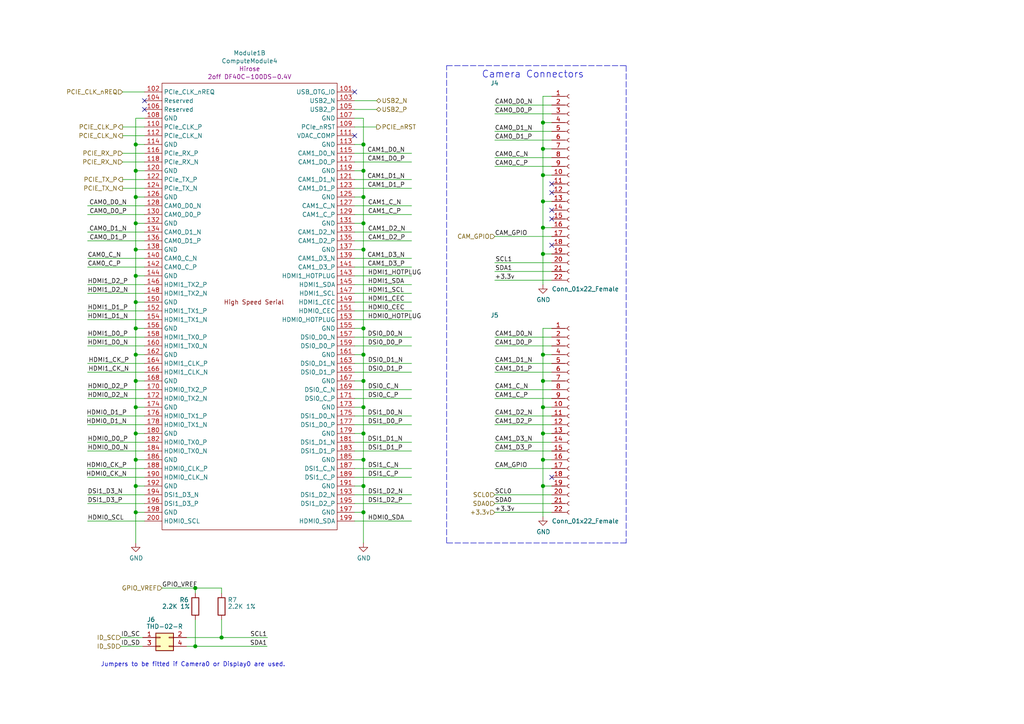
<source format=kicad_sch>
(kicad_sch (version 20201015) (generator eeschema)
  (page 1 8)
  (paper "A4")
  (title_block (title "AP2100v5") (date "2020-10-27") (rev "1") (company "(c) ISis ImageStream Internet Solutions 2020") (comment 1 "www.imagestream.com"))
  (lib_symbols
    (symbol "CM4IO:ComputeModule4-CM4"
      (property "Reference" "Module" (at 113.03 -68.58 0))
      (property "Value" "ComputeModule4-CM4" (at 140.97 2.54 0))
      (property "Field4" "Hirose" (at 0 0 0))
      (property "Field5" "2x DF40C-100DS-0.4V" (at 0 -2.54 0))
      (symbol "ComputeModule4-CM4_1_0"
        (text "GPIO" (at 0 6.35 0) (effects (font (size 1.27 1.27))))
      )
      (symbol "ComputeModule4-CM4_1_1"
        (text "600mA Max" (at -8.89 -53.34 0) (effects (font (size 1.27 1.27))))
        (text "600mA Max" (at -8.89 -48.26 0) (effects (font (size 1.27 1.27))))
        (text "NB SD signals are only available" (at -1.27 -27.94 0) (effects (font (size 1.27 1.27))))
        (text "on modules without eMMC" (at -1.27 -30.48 0) (effects (font (size 1.27 1.27))))
        (rectangle (start -30.48 -71.12) (end 25.4 58.42))
        (pin power_in line (at 27.94 55.88 180) (length 2.54) (name "GND") (number "1"))
        (pin passive line (at -33.02 45.72 0) (length 2.54) (name "Ethernet_Pair0_N") (number "10"))
        (pin output line (at -33.02 -68.58 0) (length 2.54) (name "nEXTRST") (number "100"))
        (pin passive line (at 27.94 43.18 180) (length 2.54) (name "Ethernet_Pair2_P") (number "11"))
        (pin passive line (at -33.02 43.18 0) (length 2.54) (name "Ethernet_Pair0_P") (number "12"))
        (pin power_in line (at 27.94 40.64 180) (length 2.54) (name "GND") (number "13"))
        (pin power_in line (at -33.02 40.64 0) (length 2.54) (name "GND") (number "14"))
        (pin output line (at 27.94 38.1 180) (length 2.54) (name "Ethernet_nLED3(3.3v)") (number "15"))
        (pin input line (at -33.02 38.1 0) (length 2.54) (name "Ethernet_SYNC_IN(1.8v)") (number "16"))
        (pin output line (at 27.94 35.56 180) (length 2.54) (name "Ethernet_nLED2(3.3v)") (number "17"))
        (pin input line (at -33.02 35.56 0) (length 2.54) (name "Ethernet_SYNC_OUT(1.8v)") (number "18"))
        (pin output line (at 27.94 33.02 180) (length 2.54) (name "Ethernet_nLED1(3.3v)") (number "19"))
        (pin power_in line (at -33.02 55.88 0) (length 2.54) (name "GND") (number "2"))
        (pin passive line (at -33.02 33.02 0) (length 2.54) (name "EEPROM_nWP") (number "20"))
        (pin open_collector line (at 27.94 30.48 180) (length 2.54) (name "PI_nLED_Activity") (number "21"))
        (pin power_in line (at -33.02 30.48 0) (length 2.54) (name "GND") (number "22"))
        (pin power_in line (at 27.94 27.94 180) (length 2.54) (name "GND") (number "23"))
        (pin passive line (at -33.02 27.94 0) (length 2.54) (name "GPIO26") (number "24"))
        (pin passive line (at 27.94 25.4 180) (length 2.54) (name "GPIO21") (number "25"))
        (pin passive line (at -33.02 25.4 0) (length 2.54) (name "GPIO19") (number "26"))
        (pin passive line (at 27.94 22.86 180) (length 2.54) (name "GPIO20") (number "27"))
        (pin passive line (at -33.02 22.86 0) (length 2.54) (name "GPIO13") (number "28"))
        (pin passive line (at 27.94 20.32 180) (length 2.54) (name "GPIO16") (number "29"))
        (pin passive line (at 27.94 53.34 180) (length 2.54) (name "Ethernet_Pair3_P") (number "3"))
        (pin passive line (at -33.02 20.32 0) (length 2.54) (name "GPIO6") (number "30"))
        (pin passive line (at 27.94 17.78 180) (length 2.54) (name "GPIO12") (number "31"))
        (pin power_in line (at -33.02 17.78 0) (length 2.54) (name "GND") (number "32"))
        (pin power_in line (at 27.94 15.24 180) (length 2.54) (name "GND") (number "33"))
        (pin passive line (at -33.02 15.24 0) (length 2.54) (name "GPIO5") (number "34"))
        (pin passive line (at 27.94 12.7 180) (length 2.54) (name "ID_SC") (number "35"))
        (pin passive line (at -33.02 12.7 0) (length 2.54) (name "ID_SD") (number "36"))
        (pin passive line (at 27.94 10.16 180) (length 2.54) (name "GPIO7") (number "37"))
        (pin passive line (at -33.02 10.16 0) (length 2.54) (name "GPIO11") (number "38"))
        (pin passive line (at 27.94 7.62 180) (length 2.54) (name "GPIO8") (number "39"))
        (pin passive line (at -33.02 53.34 0) (length 2.54) (name "Ethernet_Pair1_P") (number "4"))
        (pin passive line (at -33.02 7.62 0) (length 2.54) (name "GPIO9") (number "40"))
        (pin passive line (at 27.94 5.08 180) (length 2.54) (name "GPIO25") (number "41"))
        (pin power_in line (at -33.02 5.08 0) (length 2.54) (name "GND") (number "42"))
        (pin power_in line (at 27.94 2.54 180) (length 2.54) (name "GND") (number "43"))
        (pin passive line (at -33.02 2.54 0) (length 2.54) (name "GPIO10") (number "44"))
        (pin passive line (at 27.94 0 180) (length 2.54) (name "GPIO24") (number "45"))
        (pin passive line (at -33.02 0 0) (length 2.54) (name "GPIO22") (number "46"))
        (pin passive line (at 27.94 -2.54 180) (length 2.54) (name "GPIO23") (number "47"))
        (pin passive line (at -33.02 -2.54 0) (length 2.54) (name "GPIO27") (number "48"))
        (pin passive line (at 27.94 -5.08 180) (length 2.54) (name "GPIO18") (number "49"))
        (pin passive line (at 27.94 50.8 180) (length 2.54) (name "Ethernet_Pair3_N") (number "5"))
        (pin passive line (at -33.02 -5.08 0) (length 2.54) (name "GPIO17") (number "50"))
        (pin passive line (at 27.94 -7.62 180) (length 2.54) (name "GPIO15") (number "51"))
        (pin power_in line (at -33.02 -7.62 0) (length 2.54) (name "GND") (number "52"))
        (pin power_in line (at 27.94 -10.16 180) (length 2.54) (name "GND") (number "53"))
        (pin passive line (at -33.02 -10.16 0) (length 2.54) (name "GPIO4") (number "54"))
        (pin passive line (at 27.94 -12.7 180) (length 2.54) (name "GPIO14") (number "55"))
        (pin passive line (at -33.02 -12.7 0) (length 2.54) (name "GPIO3") (number "56"))
        (pin passive line (at 27.94 -15.24 180) (length 2.54) (name "SD_CLK") (number "57"))
        (pin passive line (at -33.02 -15.24 0) (length 2.54) (name "GPIO2") (number "58"))
        (pin power_in line (at 27.94 -17.78 180) (length 2.54) (name "GND") (number "59"))
        (pin passive line (at -33.02 50.8 0) (length 2.54) (name "Ethernet_Pair1_N") (number "6"))
        (pin power_in line (at -33.02 -17.78 0) (length 2.54) (name "GND") (number "60"))
        (pin passive line (at 27.94 -20.32 180) (length 2.54) (name "SD_DAT3") (number "61"))
        (pin passive line (at -33.02 -20.32 0) (length 2.54) (name "SD_CMD") (number "62"))
        (pin passive line (at 27.94 -22.86 180) (length 2.54) (name "SD_DAT0") (number "63"))
        (pin passive line (at -33.02 -22.86 0) (length 2.54) (name "SD_DAT5") (number "64"))
        (pin power_in line (at 27.94 -25.4 180) (length 2.54) (name "GND") (number "65"))
        (pin power_in line (at -33.02 -25.4 0) (length 2.54) (name "GND") (number "66"))
        (pin passive line (at 27.94 -27.94 180) (length 2.54) (name "SD_DAT1") (number "67"))
        (pin passive line (at -33.02 -27.94 0) (length 2.54) (name "SD_DAT4") (number "68"))
        (pin passive line (at 27.94 -30.48 180) (length 2.54) (name "SD_DAT2") (number "69"))
        (pin power_in line (at 27.94 48.26 180) (length 2.54) (name "GND") (number "7"))
        (pin passive line (at -33.02 -30.48 0) (length 2.54) (name "SD_DAT7") (number "70"))
        (pin power_in line (at 27.94 -33.02 180) (length 2.54) (name "GND") (number "71"))
        (pin passive line (at -33.02 -33.02 0) (length 2.54) (name "SD_DAT6") (number "72"))
        (pin input line (at 27.94 -35.56 180) (length 2.54) (name "SD_VDD_Override") (number "73"))
        (pin power_in line (at -33.02 -35.56 0) (length 2.54) (name "GND") (number "74"))
        (pin output line (at 27.94 -38.1 180) (length 2.54) (name "SD_PWR_ON") (number "75"))
        (pin passive line (at -33.02 -38.1 0) (length 2.54) (name "Reserved") (number "76"))
        (pin power_in line (at 27.94 -40.64 180) (length 2.54) (name "+5v_(Input)") (number "77"))
        (pin power_in line (at -33.02 -40.64 0) (length 2.54) (name "GPIO_VREF(1.8v/3.3v_Input)") (number "78"))
        (pin power_in line (at 27.94 -43.18 180) (length 2.54) (name "+5v_(Input)") (number "79"))
        (pin power_in line (at -33.02 48.26 0) (length 2.54) (name "GND") (number "8"))
        (pin passive line (at -33.02 -43.18 0) (length 2.54) (name "SCL0") (number "80"))
        (pin power_in line (at 27.94 -45.72 180) (length 2.54) (name "+5v_(Input)") (number "81"))
        (pin passive line (at -33.02 -45.72 0) (length 2.54) (name "SDA0") (number "82"))
        (pin power_in line (at 27.94 -48.26 180) (length 2.54) (name "+5v_(Input)") (number "83"))
        (pin power_out line (at -33.02 -48.26 0) (length 2.54) (name "+3.3v_(Output)") (number "84"))
        (pin power_in line (at 27.94 -50.8 180) (length 2.54) (name "+5v_(Input)") (number "85"))
        (pin power_out line (at -33.02 -50.8 0) (length 2.54) (name "+3.3v_(Output)") (number "86"))
        (pin power_in line (at 27.94 -53.34 180) (length 2.54) (name "+5v_(Input)") (number "87"))
        (pin power_out line (at -33.02 -53.34 0) (length 2.54) (name "+1.8v_(Output)") (number "88"))
        (pin power_in line (at 27.94 -55.88 180) (length 2.54) (name "WiFi_nDisable") (number "89"))
        (pin passive line (at 27.94 45.72 180) (length 2.54) (name "Ethernet_Pair2_N") (number "9"))
        (pin power_out line (at -33.02 -55.88 0) (length 2.54) (name "+1.8v_(Output)") (number "90"))
        (pin power_in line (at 27.94 -58.42 180) (length 2.54) (name "BT_nDisable") (number "91"))
        (pin passive line (at -33.02 -58.42 0) (length 2.54) (name "RUN_PG") (number "92"))
        (pin input line (at 27.94 -60.96 180) (length 2.54) (name "nRPIBOOT") (number "93"))
        (pin passive line (at -33.02 -60.96 0) (length 2.54) (name "AnalogIP0") (number "94"))
        (pin output line (at 27.94 -63.5 180) (length 2.54) (name "nPI_LED_PWR") (number "95"))
        (pin passive line (at -33.02 -63.5 0) (length 2.54) (name "AnalogIP1") (number "96"))
        (pin passive line (at 27.94 -66.04 180) (length 2.54) (name "Camera_GPIO") (number "97"))
        (pin power_in line (at -33.02 -66.04 0) (length 2.54) (name "GND") (number "98"))
        (pin input line (at 27.94 -68.58 180) (length 2.54) (name "Global_EN") (number "99"))
      )
      (symbol "ComputeModule4-CM4_2_1"
        (text "High Speed Serial" (at 140.97 0 0) (effects (font (size 1.27 1.27))))
        (rectangle (start 114.3 -66.04) (end 165.1 63.5))
        (pin input line (at 170.18 60.96 180) (length 5.08) (name "USB_OTG_ID") (number "101"))
        (pin input line (at 109.22 60.96 0) (length 5.08) (name "PCIe_CLK_nREQ") (number "102"))
        (pin passive line (at 170.18 58.42 180) (length 5.08) (name "USB2_N") (number "103"))
        (pin passive line (at 109.22 58.42 0) (length 5.08) (name "Reserved") (number "104"))
        (pin passive line (at 170.18 55.88 180) (length 5.08) (name "USB2_P") (number "105"))
        (pin passive line (at 109.22 55.88 0) (length 5.08) (name "Reserved") (number "106"))
        (pin power_in line (at 170.18 53.34 180) (length 5.08) (name "GND") (number "107"))
        (pin power_in line (at 109.22 53.34 0) (length 5.08) (name "GND") (number "108"))
        (pin bidirectional line (at 170.18 50.8 180) (length 5.08) (name "PCIe_nRST") (number "109"))
        (pin output line (at 109.22 50.8 0) (length 5.08) (name "PCIe_CLK_P") (number "110"))
        (pin passive line (at 170.18 48.26 180) (length 5.08) (name "VDAC_COMP") (number "111"))
        (pin output line (at 109.22 48.26 0) (length 5.08) (name "PCIe_CLK_N") (number "112"))
        (pin power_in line (at 170.18 45.72 180) (length 5.08) (name "GND") (number "113"))
        (pin power_in line (at 109.22 45.72 0) (length 5.08) (name "GND") (number "114"))
        (pin input line (at 170.18 43.18 180) (length 5.08) (name "CAM1_D0_N") (number "115"))
        (pin input line (at 109.22 43.18 0) (length 5.08) (name "PCIe_RX_P") (number "116"))
        (pin input line (at 170.18 40.64 180) (length 5.08) (name "CAM1_D0_P") (number "117"))
        (pin input line (at 109.22 40.64 0) (length 5.08) (name "PCIe_RX_N") (number "118"))
        (pin power_in line (at 170.18 38.1 180) (length 5.08) (name "GND") (number "119"))
        (pin power_in line (at 109.22 38.1 0) (length 5.08) (name "GND") (number "120"))
        (pin input line (at 170.18 35.56 180) (length 5.08) (name "CAM1_D1_N") (number "121"))
        (pin output line (at 109.22 35.56 0) (length 5.08) (name "PCIe_TX_P") (number "122"))
        (pin input line (at 170.18 33.02 180) (length 5.08) (name "CAM1_D1_P") (number "123"))
        (pin output line (at 109.22 33.02 0) (length 5.08) (name "PCIe_TX_N") (number "124"))
        (pin power_in line (at 170.18 30.48 180) (length 5.08) (name "GND") (number "125"))
        (pin power_in line (at 109.22 30.48 0) (length 5.08) (name "GND") (number "126"))
        (pin input line (at 170.18 27.94 180) (length 5.08) (name "CAM1_C_N") (number "127"))
        (pin input line (at 109.22 27.94 0) (length 5.08) (name "CAM0_D0_N") (number "128"))
        (pin input line (at 170.18 25.4 180) (length 5.08) (name "CAM1_C_P") (number "129"))
        (pin input line (at 109.22 25.4 0) (length 5.08) (name "CAM0_D0_P") (number "130"))
        (pin power_in line (at 170.18 22.86 180) (length 5.08) (name "GND") (number "131"))
        (pin power_in line (at 109.22 22.86 0) (length 5.08) (name "GND") (number "132"))
        (pin input line (at 170.18 20.32 180) (length 5.08) (name "CAM1_D2_N") (number "133"))
        (pin input line (at 109.22 20.32 0) (length 5.08) (name "CAM0_D1_N") (number "134"))
        (pin input line (at 170.18 17.78 180) (length 5.08) (name "CAM1_D2_P") (number "135"))
        (pin input line (at 109.22 17.78 0) (length 5.08) (name "CAM0_D1_P") (number "136"))
        (pin power_in line (at 170.18 15.24 180) (length 5.08) (name "GND") (number "137"))
        (pin power_in line (at 109.22 15.24 0) (length 5.08) (name "GND") (number "138"))
        (pin input line (at 170.18 12.7 180) (length 5.08) (name "CAM1_D3_N") (number "139"))
        (pin input line (at 109.22 12.7 0) (length 5.08) (name "CAM0_C_N") (number "140"))
        (pin input line (at 170.18 10.16 180) (length 5.08) (name "CAM1_D3_P") (number "141"))
        (pin input line (at 109.22 10.16 0) (length 5.08) (name "CAM0_C_P") (number "142"))
        (pin input line (at 170.18 7.62 180) (length 5.08) (name "HDMI1_HOTPLUG") (number "143"))
        (pin power_in line (at 109.22 7.62 0) (length 5.08) (name "GND") (number "144"))
        (pin bidirectional line (at 170.18 5.08 180) (length 5.08) (name "HDMI1_SDA") (number "145"))
        (pin output line (at 109.22 5.08 0) (length 5.08) (name "HDMI1_TX2_P") (number "146"))
        (pin open_collector line (at 170.18 2.54 180) (length 5.08) (name "HDMI1_SCL") (number "147"))
        (pin output line (at 109.22 2.54 0) (length 5.08) (name "HDMI1_TX2_N") (number "148"))
        (pin open_collector line (at 170.18 0 180) (length 5.08) (name "HDMI1_CEC") (number "149"))
        (pin power_in line (at 109.22 0 0) (length 5.08) (name "GND") (number "150"))
        (pin open_collector line (at 170.18 -2.54 180) (length 5.08) (name "HDMI0_CEC") (number "151"))
        (pin output line (at 109.22 -2.54 0) (length 5.08) (name "HDMI1_TX1_P") (number "152"))
        (pin input line (at 170.18 -5.08 180) (length 5.08) (name "HDMI0_HOTPLUG") (number "153"))
        (pin output line (at 109.22 -5.08 0) (length 5.08) (name "HDMI1_TX1_N") (number "154"))
        (pin power_in line (at 170.18 -7.62 180) (length 5.08) (name "GND") (number "155"))
        (pin power_in line (at 109.22 -7.62 0) (length 5.08) (name "GND") (number "156"))
        (pin output line (at 170.18 -10.16 180) (length 5.08) (name "DSI0_D0_N") (number "157"))
        (pin output line (at 109.22 -10.16 0) (length 5.08) (name "HDMI1_TX0_P") (number "158"))
        (pin output line (at 170.18 -12.7 180) (length 5.08) (name "DSI0_D0_P") (number "159"))
        (pin output line (at 109.22 -12.7 0) (length 5.08) (name "HDMI1_TX0_N") (number "160"))
        (pin power_in line (at 170.18 -15.24 180) (length 5.08) (name "GND") (number "161"))
        (pin power_in line (at 109.22 -15.24 0) (length 5.08) (name "GND") (number "162"))
        (pin output line (at 170.18 -17.78 180) (length 5.08) (name "DSI0_D1_N") (number "163"))
        (pin output line (at 109.22 -17.78 0) (length 5.08) (name "HDMI1_CLK_P") (number "164"))
        (pin output line (at 170.18 -20.32 180) (length 5.08) (name "DSI0_D1_P") (number "165"))
        (pin output line (at 109.22 -20.32 0) (length 5.08) (name "HDMI1_CLK_N") (number "166"))
        (pin power_in line (at 170.18 -22.86 180) (length 5.08) (name "GND") (number "167"))
        (pin power_in line (at 109.22 -22.86 0) (length 5.08) (name "GND") (number "168"))
        (pin output line (at 170.18 -25.4 180) (length 5.08) (name "DSI0_C_N") (number "169"))
        (pin output line (at 109.22 -25.4 0) (length 5.08) (name "HDMI0_TX2_P") (number "170"))
        (pin output line (at 170.18 -27.94 180) (length 5.08) (name "DSI0_C_P") (number "171"))
        (pin output line (at 109.22 -27.94 0) (length 5.08) (name "HDMI0_TX2_N") (number "172"))
        (pin power_in line (at 170.18 -30.48 180) (length 5.08) (name "GND") (number "173"))
        (pin power_in line (at 109.22 -30.48 0) (length 5.08) (name "GND") (number "174"))
        (pin output line (at 170.18 -33.02 180) (length 5.08) (name "DSI1_D0_N") (number "175"))
        (pin output line (at 109.22 -33.02 0) (length 5.08) (name "HDMI0_TX1_P") (number "176"))
        (pin output line (at 170.18 -35.56 180) (length 5.08) (name "DSI1_D0_P") (number "177"))
        (pin output line (at 109.22 -35.56 0) (length 5.08) (name "HDMI0_TX1_N") (number "178"))
        (pin power_in line (at 170.18 -38.1 180) (length 5.08) (name "GND") (number "179"))
        (pin power_in line (at 109.22 -38.1 0) (length 5.08) (name "GND") (number "180"))
        (pin output line (at 170.18 -40.64 180) (length 5.08) (name "DSI1_D1_N") (number "181"))
        (pin output line (at 109.22 -40.64 0) (length 5.08) (name "HDMI0_TX0_P") (number "182"))
        (pin output line (at 170.18 -43.18 180) (length 5.08) (name "DSI1_D1_P") (number "183"))
        (pin output line (at 109.22 -43.18 0) (length 5.08) (name "HDMI0_TX0_N") (number "184"))
        (pin power_in line (at 170.18 -45.72 180) (length 5.08) (name "GND") (number "185"))
        (pin power_in line (at 109.22 -45.72 0) (length 5.08) (name "GND") (number "186"))
        (pin output line (at 170.18 -48.26 180) (length 5.08) (name "DSI1_C_N") (number "187"))
        (pin output line (at 109.22 -48.26 0) (length 5.08) (name "HDMI0_CLK_P") (number "188"))
        (pin output line (at 170.18 -50.8 180) (length 5.08) (name "DSI1_C_P") (number "189"))
        (pin output line (at 109.22 -50.8 0) (length 5.08) (name "HDMI0_CLK_N") (number "190"))
        (pin power_in line (at 170.18 -53.34 180) (length 5.08) (name "GND") (number "191"))
        (pin power_in line (at 109.22 -53.34 0) (length 5.08) (name "GND") (number "192"))
        (pin output line (at 170.18 -55.88 180) (length 5.08) (name "DSI1_D2_N") (number "193"))
        (pin output line (at 109.22 -55.88 0) (length 5.08) (name "DSI1_D3_N") (number "194"))
        (pin output line (at 170.18 -58.42 180) (length 5.08) (name "DSI1_D2_P") (number "195"))
        (pin output line (at 109.22 -58.42 0) (length 5.08) (name "DSI1_D3_P") (number "196"))
        (pin power_in line (at 170.18 -60.96 180) (length 5.08) (name "GND") (number "197"))
        (pin power_in line (at 109.22 -60.96 0) (length 5.08) (name "GND") (number "198"))
        (pin bidirectional line (at 170.18 -63.5 180) (length 5.08) (name "HDMI0_SDA") (number "199"))
        (pin open_collector line (at 109.22 -63.5 0) (length 5.08) (name "HDMI0_SCL") (number "200"))
      )
    )
    (symbol "Connector:Conn_01x22_Female" (pin_names hide)
      (property "Reference" "J" (at 0 27.94 0))
      (property "Value" "Conn_01x22_Female" (at 0 -30.48 0))
      (symbol "Conn_01x22_Female_1_1"
        (arc (start 0 -27.432) (end 0 -28.448) (radius (at 0 -27.94) (length 0.508) (angles 90.1 -90.1)))
        (arc (start 0 -24.892) (end 0 -25.908) (radius (at 0 -25.4) (length 0.508) (angles 90.1 -90.1)))
        (arc (start 0 -22.352) (end 0 -23.368) (radius (at 0 -22.86) (length 0.508) (angles 90.1 -90.1)))
        (arc (start 0 -19.812) (end 0 -20.828) (radius (at 0 -20.32) (length 0.508) (angles 90.1 -90.1)))
        (arc (start 0 -17.272) (end 0 -18.288) (radius (at 0 -17.78) (length 0.508) (angles 90.1 -90.1)))
        (arc (start 0 -14.732) (end 0 -15.748) (radius (at 0 -15.24) (length 0.508) (angles 90.1 -90.1)))
        (arc (start 0 -12.192) (end 0 -13.208) (radius (at 0 -12.7) (length 0.508) (angles 90.1 -90.1)))
        (arc (start 0 -9.652) (end 0 -10.668) (radius (at 0 -10.16) (length 0.508) (angles 90.1 -90.1)))
        (arc (start 0 -7.112) (end 0 -8.128) (radius (at 0 -7.62) (length 0.508) (angles 90.1 -90.1)))
        (arc (start 0 -4.572) (end 0 -5.588) (radius (at 0 -5.08) (length 0.508) (angles 90.1 -90.1)))
        (arc (start 0 -2.032) (end 0 -3.048) (radius (at 0 -2.54) (length 0.508) (angles 90.1 -90.1)))
        (arc (start 0 0.508) (end 0 -0.508) (radius (at 0 0) (length 0.508) (angles 90.1 -90.1)))
        (arc (start 0 3.048) (end 0 2.032) (radius (at 0 2.54) (length 0.508) (angles 90.1 -90.1)))
        (arc (start 0 5.588) (end 0 4.572) (radius (at 0 5.08) (length 0.508) (angles 90.1 -90.1)))
        (arc (start 0 8.128) (end 0 7.112) (radius (at 0 7.62) (length 0.508) (angles 90.1 -90.1)))
        (arc (start 0 10.668) (end 0 9.652) (radius (at 0 10.16) (length 0.508) (angles 90.1 -90.1)))
        (arc (start 0 13.208) (end 0 12.192) (radius (at 0 12.7) (length 0.508) (angles 90.1 -90.1)))
        (arc (start 0 15.748) (end 0 14.732) (radius (at 0 15.24) (length 0.508) (angles 90.1 -90.1)))
        (arc (start 0 18.288) (end 0 17.272) (radius (at 0 17.78) (length 0.508) (angles 90.1 -90.1)))
        (arc (start 0 20.828) (end 0 19.812) (radius (at 0 20.32) (length 0.508) (angles 90.1 -90.1)))
        (arc (start 0 23.368) (end 0 22.352) (radius (at 0 22.86) (length 0.508) (angles 90.1 -90.1)))
        (arc (start 0 25.908) (end 0 24.892) (radius (at 0 25.4) (length 0.508) (angles 90.1 -90.1)))
        (polyline (pts (xy -1.27 -27.94) (xy -0.508 -27.94)))
        (polyline (pts (xy -1.27 -25.4) (xy -0.508 -25.4)))
        (polyline (pts (xy -1.27 -22.86) (xy -0.508 -22.86)))
        (polyline (pts (xy -1.27 -20.32) (xy -0.508 -20.32)))
        (polyline (pts (xy -1.27 -17.78) (xy -0.508 -17.78)))
        (polyline (pts (xy -1.27 -15.24) (xy -0.508 -15.24)))
        (polyline (pts (xy -1.27 -12.7) (xy -0.508 -12.7)))
        (polyline (pts (xy -1.27 -10.16) (xy -0.508 -10.16)))
        (polyline (pts (xy -1.27 -7.62) (xy -0.508 -7.62)))
        (polyline (pts (xy -1.27 -5.08) (xy -0.508 -5.08)))
        (polyline (pts (xy -1.27 -2.54) (xy -0.508 -2.54)))
        (polyline (pts (xy -1.27 0) (xy -0.508 0)))
        (polyline (pts (xy -1.27 2.54) (xy -0.508 2.54)))
        (polyline (pts (xy -1.27 5.08) (xy -0.508 5.08)))
        (polyline (pts (xy -1.27 7.62) (xy -0.508 7.62)))
        (polyline (pts (xy -1.27 10.16) (xy -0.508 10.16)))
        (polyline (pts (xy -1.27 12.7) (xy -0.508 12.7)))
        (polyline (pts (xy -1.27 15.24) (xy -0.508 15.24)))
        (polyline (pts (xy -1.27 17.78) (xy -0.508 17.78)))
        (polyline (pts (xy -1.27 20.32) (xy -0.508 20.32)))
        (polyline (pts (xy -1.27 22.86) (xy -0.508 22.86)))
        (polyline (pts (xy -1.27 25.4) (xy -0.508 25.4)))
        (pin passive line (at -5.08 25.4 0) (length 3.81) (name "Pin_1") (number "1"))
        (pin passive line (at -5.08 2.54 0) (length 3.81) (name "Pin_10") (number "10"))
        (pin passive line (at -5.08 0 0) (length 3.81) (name "Pin_11") (number "11"))
        (pin passive line (at -5.08 -2.54 0) (length 3.81) (name "Pin_12") (number "12"))
        (pin passive line (at -5.08 -5.08 0) (length 3.81) (name "Pin_13") (number "13"))
        (pin passive line (at -5.08 -7.62 0) (length 3.81) (name "Pin_14") (number "14"))
        (pin passive line (at -5.08 -10.16 0) (length 3.81) (name "Pin_15") (number "15"))
        (pin passive line (at -5.08 -12.7 0) (length 3.81) (name "Pin_16") (number "16"))
        (pin passive line (at -5.08 -15.24 0) (length 3.81) (name "Pin_17") (number "17"))
        (pin passive line (at -5.08 -17.78 0) (length 3.81) (name "Pin_18") (number "18"))
        (pin passive line (at -5.08 -20.32 0) (length 3.81) (name "Pin_19") (number "19"))
        (pin passive line (at -5.08 22.86 0) (length 3.81) (name "Pin_2") (number "2"))
        (pin passive line (at -5.08 -22.86 0) (length 3.81) (name "Pin_20") (number "20"))
        (pin passive line (at -5.08 -25.4 0) (length 3.81) (name "Pin_21") (number "21"))
        (pin passive line (at -5.08 -27.94 0) (length 3.81) (name "Pin_22") (number "22"))
        (pin passive line (at -5.08 20.32 0) (length 3.81) (name "Pin_3") (number "3"))
        (pin passive line (at -5.08 17.78 0) (length 3.81) (name "Pin_4") (number "4"))
        (pin passive line (at -5.08 15.24 0) (length 3.81) (name "Pin_5") (number "5"))
        (pin passive line (at -5.08 12.7 0) (length 3.81) (name "Pin_6") (number "6"))
        (pin passive line (at -5.08 10.16 0) (length 3.81) (name "Pin_7") (number "7"))
        (pin passive line (at -5.08 7.62 0) (length 3.81) (name "Pin_8") (number "8"))
        (pin passive line (at -5.08 5.08 0) (length 3.81) (name "Pin_9") (number "9"))
      )
    )
    (symbol "Connector_Generic:Conn_02x02_Odd_Even" (pin_names hide)
      (property "Reference" "J" (at 1.27 2.54 0))
      (property "Value" "Conn_02x02_Odd_Even" (at 1.27 -5.08 0))
      (symbol "Conn_02x02_Odd_Even_1_1"
        (rectangle (start -1.27 -2.413) (end 0 -2.667))
        (rectangle (start -1.27 0.127) (end 0 -0.127))
        (rectangle (start -1.27 1.27) (end 3.81 -3.81) (stroke (width 0.254)) (fill (type background)))
        (rectangle (start 3.81 -2.413) (end 2.54 -2.667))
        (rectangle (start 3.81 0.127) (end 2.54 -0.127))
        (pin passive line (at -5.08 0 0) (length 3.81) (name "Pin_1") (number "1"))
        (pin passive line (at 7.62 0 180) (length 3.81) (name "Pin_2") (number "2"))
        (pin passive line (at -5.08 -2.54 0) (length 3.81) (name "Pin_3") (number "3"))
        (pin passive line (at 7.62 -2.54 180) (length 3.81) (name "Pin_4") (number "4"))
      )
    )
    (symbol "Device:R" (pin_numbers hide) (pin_names (offset 0))
      (property "Reference" "R" (at 2.032 0 90))
      (property "Value" "R" (at 0 0 90))
      (symbol "R_0_1"
        (rectangle (start -1.016 -2.54) (end 1.016 2.54) (stroke (width 0.254)))
      )
      (symbol "R_1_1"
        (pin passive line (at 0 3.81 270) (length 1.27) (name "~") (number "1"))
        (pin passive line (at 0 -3.81 90) (length 1.27) (name "~") (number "2"))
      )
    )
    (symbol "power:GND" (power) (pin_names (offset 0))
      (property "Value" "GND" (at 0 -3.81 0))
      (symbol "GND_0_1"
        (polyline (pts (xy 0 0) (xy 0 -1.27) (xy 1.27 -1.27) (xy 0 -2.54) (xy -1.27 -1.27) (xy 0 -1.27)))
      )
      (symbol "GND_1_1"
        (pin power_in line (at 0 0 270) (length 0) hide (name "GND") (number "1"))
      )
    )
  )
  (junction (at 39.37 41.91) (diameter 1.016))
  (junction (at 39.37 49.53) (diameter 1.016))
  (junction (at 39.37 57.15) (diameter 1.016))
  (junction (at 39.37 64.77) (diameter 1.016))
  (junction (at 39.37 72.39) (diameter 1.016))
  (junction (at 39.37 80.01) (diameter 1.016))
  (junction (at 39.37 87.63) (diameter 1.016))
  (junction (at 39.37 95.25) (diameter 1.016))
  (junction (at 39.37 102.87) (diameter 1.016))
  (junction (at 39.37 110.49) (diameter 1.016))
  (junction (at 39.37 118.11) (diameter 1.016))
  (junction (at 39.37 125.73) (diameter 1.016))
  (junction (at 39.37 133.35) (diameter 1.016))
  (junction (at 39.37 140.97) (diameter 1.016))
  (junction (at 39.37 148.59) (diameter 1.016))
  (junction (at 56.642 170.561) (diameter 1.016))
  (junction (at 56.642 187.452) (diameter 1.016))
  (junction (at 64.262 184.912) (diameter 1.016))
  (junction (at 105.41 41.91) (diameter 1.016))
  (junction (at 105.41 49.53) (diameter 1.016))
  (junction (at 105.41 57.15) (diameter 1.016))
  (junction (at 105.41 64.77) (diameter 1.016))
  (junction (at 105.41 72.39) (diameter 1.016))
  (junction (at 105.41 95.25) (diameter 1.016))
  (junction (at 105.41 102.87) (diameter 1.016))
  (junction (at 105.41 110.49) (diameter 1.016))
  (junction (at 105.41 118.11) (diameter 1.016))
  (junction (at 105.41 125.73) (diameter 1.016))
  (junction (at 105.41 133.35) (diameter 1.016))
  (junction (at 105.41 140.97) (diameter 1.016))
  (junction (at 105.41 148.59) (diameter 1.016))
  (junction (at 157.48 35.56) (diameter 1.016))
  (junction (at 157.48 43.18) (diameter 1.016))
  (junction (at 157.48 50.8) (diameter 1.016))
  (junction (at 157.48 58.42) (diameter 1.016))
  (junction (at 157.48 66.04) (diameter 1.016))
  (junction (at 157.48 73.66) (diameter 1.016))
  (junction (at 157.48 102.87) (diameter 1.016))
  (junction (at 157.48 110.49) (diameter 1.016))
  (junction (at 157.48 118.11) (diameter 1.016))
  (junction (at 157.48 125.73) (diameter 1.016))
  (junction (at 157.48 133.35) (diameter 1.016))
  (junction (at 157.48 140.97) (diameter 1.016))
  (no_connect (at 160.02 55.88))
  (no_connect (at 160.02 53.34))
  (no_connect (at 160.02 138.43))
  (no_connect (at 102.87 39.37))
  (no_connect (at 102.87 26.67))
  (no_connect (at 41.91 29.21))
  (no_connect (at 160.02 71.12))
  (no_connect (at 160.02 60.96))
  (no_connect (at 41.91 31.75))
  (no_connect (at 160.02 63.5))
  (wire (pts (xy 25.4 74.93) (xy 41.91 74.93)))
  (wire (pts (xy 25.4 77.47) (xy 41.91 77.47)))
  (wire (pts (xy 25.4 82.55) (xy 41.91 82.55)))
  (wire (pts (xy 25.4 85.09) (xy 41.91 85.09)))
  (wire (pts (xy 25.4 90.17) (xy 41.91 90.17)))
  (wire (pts (xy 25.4 92.71) (xy 41.91 92.71)))
  (wire (pts (xy 25.4 97.79) (xy 41.91 97.79)))
  (wire (pts (xy 25.4 100.33) (xy 41.91 100.33)))
  (wire (pts (xy 25.4 113.03) (xy 41.91 113.03)))
  (wire (pts (xy 25.4 115.57) (xy 41.91 115.57)))
  (wire (pts (xy 25.4 128.27) (xy 41.91 128.27)))
  (wire (pts (xy 25.4 130.81) (xy 41.91 130.81)))
  (wire (pts (xy 25.4 143.51) (xy 41.91 143.51)))
  (wire (pts (xy 25.4 146.05) (xy 41.91 146.05)))
  (wire (pts (xy 25.4 151.13) (xy 41.91 151.13)))
  (wire (pts (xy 35.052 184.912) (xy 41.402 184.912)))
  (wire (pts (xy 35.052 187.452) (xy 41.402 187.452)))
  (wire (pts (xy 35.56 26.67) (xy 41.91 26.67)))
  (wire (pts (xy 35.56 36.83) (xy 41.91 36.83)))
  (wire (pts (xy 35.56 39.37) (xy 41.91 39.37)))
  (wire (pts (xy 35.56 52.07) (xy 41.91 52.07)))
  (wire (pts (xy 35.56 54.61) (xy 41.91 54.61)))
  (wire (pts (xy 39.37 34.29) (xy 39.37 41.91)))
  (wire (pts (xy 39.37 41.91) (xy 39.37 49.53)))
  (wire (pts (xy 39.37 41.91) (xy 41.91 41.91)))
  (wire (pts (xy 39.37 49.53) (xy 39.37 57.15)))
  (wire (pts (xy 39.37 49.53) (xy 41.91 49.53)))
  (wire (pts (xy 39.37 57.15) (xy 39.37 64.77)))
  (wire (pts (xy 39.37 57.15) (xy 41.91 57.15)))
  (wire (pts (xy 39.37 64.77) (xy 39.37 72.39)))
  (wire (pts (xy 39.37 64.77) (xy 41.91 64.77)))
  (wire (pts (xy 39.37 72.39) (xy 39.37 80.01)))
  (wire (pts (xy 39.37 72.39) (xy 41.91 72.39)))
  (wire (pts (xy 39.37 80.01) (xy 39.37 87.63)))
  (wire (pts (xy 39.37 80.01) (xy 41.91 80.01)))
  (wire (pts (xy 39.37 87.63) (xy 39.37 95.25)))
  (wire (pts (xy 39.37 87.63) (xy 41.91 87.63)))
  (wire (pts (xy 39.37 95.25) (xy 39.37 102.87)))
  (wire (pts (xy 39.37 95.25) (xy 41.91 95.25)))
  (wire (pts (xy 39.37 102.87) (xy 39.37 110.49)))
  (wire (pts (xy 39.37 102.87) (xy 41.91 102.87)))
  (wire (pts (xy 39.37 110.49) (xy 39.37 118.11)))
  (wire (pts (xy 39.37 110.49) (xy 41.91 110.49)))
  (wire (pts (xy 39.37 118.11) (xy 39.37 125.73)))
  (wire (pts (xy 39.37 118.11) (xy 41.91 118.11)))
  (wire (pts (xy 39.37 125.73) (xy 39.37 133.35)))
  (wire (pts (xy 39.37 125.73) (xy 41.91 125.73)))
  (wire (pts (xy 39.37 133.35) (xy 39.37 140.97)))
  (wire (pts (xy 39.37 133.35) (xy 41.91 133.35)))
  (wire (pts (xy 39.37 140.97) (xy 39.37 148.59)))
  (wire (pts (xy 39.37 148.59) (xy 39.37 157.48)))
  (wire (pts (xy 41.91 34.29) (xy 39.37 34.29)))
  (wire (pts (xy 41.91 44.45) (xy 35.56 44.45)))
  (wire (pts (xy 41.91 46.99) (xy 35.56 46.99)))
  (wire (pts (xy 41.91 59.69) (xy 25.4 59.69)))
  (wire (pts (xy 41.91 62.23) (xy 25.4 62.23)))
  (wire (pts (xy 41.91 67.31) (xy 25.4 67.31)))
  (wire (pts (xy 41.91 69.85) (xy 25.4 69.85)))
  (wire (pts (xy 41.91 105.41) (xy 25.4 105.41)))
  (wire (pts (xy 41.91 107.95) (xy 25.4 107.95)))
  (wire (pts (xy 41.91 120.65) (xy 25.4 120.65)))
  (wire (pts (xy 41.91 123.19) (xy 25.4 123.19)))
  (wire (pts (xy 41.91 135.89) (xy 25.4 135.89)))
  (wire (pts (xy 41.91 138.43) (xy 25.4 138.43)))
  (wire (pts (xy 41.91 140.97) (xy 39.37 140.97)))
  (wire (pts (xy 41.91 148.59) (xy 39.37 148.59)))
  (wire (pts (xy 46.99 170.561) (xy 56.642 170.561)))
  (wire (pts (xy 54.102 184.912) (xy 64.262 184.912)))
  (wire (pts (xy 54.102 187.452) (xy 56.642 187.452)))
  (wire (pts (xy 56.642 170.561) (xy 56.642 172.085)))
  (wire (pts (xy 56.642 170.561) (xy 64.262 170.561)))
  (wire (pts (xy 56.642 179.705) (xy 56.642 187.452)))
  (wire (pts (xy 56.642 187.452) (xy 77.47 187.452)))
  (wire (pts (xy 64.262 170.561) (xy 64.262 172.085)))
  (wire (pts (xy 64.262 179.705) (xy 64.262 184.912)))
  (wire (pts (xy 64.262 184.912) (xy 77.597 184.912)))
  (wire (pts (xy 102.87 29.21) (xy 109.22 29.21)))
  (wire (pts (xy 102.87 31.75) (xy 109.22 31.75)))
  (wire (pts (xy 102.87 36.83) (xy 109.22 36.83)))
  (wire (pts (xy 102.87 41.91) (xy 105.41 41.91)))
  (wire (pts (xy 102.87 49.53) (xy 105.41 49.53)))
  (wire (pts (xy 102.87 57.15) (xy 105.41 57.15)))
  (wire (pts (xy 102.87 59.69) (xy 119.38 59.69)))
  (wire (pts (xy 102.87 62.23) (xy 119.38 62.23)))
  (wire (pts (xy 102.87 64.77) (xy 105.41 64.77)))
  (wire (pts (xy 102.87 67.31) (xy 119.38 67.31)))
  (wire (pts (xy 102.87 69.85) (xy 119.38 69.85)))
  (wire (pts (xy 102.87 72.39) (xy 105.41 72.39)))
  (wire (pts (xy 102.87 80.01) (xy 119.38 80.01)))
  (wire (pts (xy 102.87 82.55) (xy 119.38 82.55)))
  (wire (pts (xy 102.87 85.09) (xy 119.38 85.09)))
  (wire (pts (xy 102.87 87.63) (xy 119.38 87.63)))
  (wire (pts (xy 102.87 90.17) (xy 119.38 90.17)))
  (wire (pts (xy 102.87 92.71) (xy 119.38 92.71)))
  (wire (pts (xy 102.87 95.25) (xy 105.41 95.25)))
  (wire (pts (xy 102.87 102.87) (xy 105.41 102.87)))
  (wire (pts (xy 102.87 105.41) (xy 119.38 105.41)))
  (wire (pts (xy 102.87 107.95) (xy 119.38 107.95)))
  (wire (pts (xy 102.87 110.49) (xy 105.41 110.49)))
  (wire (pts (xy 102.87 113.03) (xy 119.38 113.03)))
  (wire (pts (xy 102.87 115.57) (xy 119.38 115.57)))
  (wire (pts (xy 102.87 118.11) (xy 105.41 118.11)))
  (wire (pts (xy 102.87 125.73) (xy 105.41 125.73)))
  (wire (pts (xy 102.87 133.35) (xy 105.41 133.35)))
  (wire (pts (xy 102.87 135.89) (xy 119.38 135.89)))
  (wire (pts (xy 102.87 138.43) (xy 119.38 138.43)))
  (wire (pts (xy 102.87 140.97) (xy 105.41 140.97)))
  (wire (pts (xy 102.87 143.51) (xy 119.38 143.51)))
  (wire (pts (xy 102.87 146.05) (xy 119.38 146.05)))
  (wire (pts (xy 102.87 148.59) (xy 105.41 148.59)))
  (wire (pts (xy 102.87 151.13) (xy 119.38 151.13)))
  (wire (pts (xy 105.41 34.29) (xy 102.87 34.29)))
  (wire (pts (xy 105.41 41.91) (xy 105.41 34.29)))
  (wire (pts (xy 105.41 49.53) (xy 105.41 41.91)))
  (wire (pts (xy 105.41 57.15) (xy 105.41 49.53)))
  (wire (pts (xy 105.41 64.77) (xy 105.41 57.15)))
  (wire (pts (xy 105.41 72.39) (xy 105.41 64.77)))
  (wire (pts (xy 105.41 72.39) (xy 105.41 95.25)))
  (wire (pts (xy 105.41 95.25) (xy 105.41 102.87)))
  (wire (pts (xy 105.41 102.87) (xy 105.41 110.49)))
  (wire (pts (xy 105.41 110.49) (xy 105.41 118.11)))
  (wire (pts (xy 105.41 118.11) (xy 105.41 125.73)))
  (wire (pts (xy 105.41 125.73) (xy 105.41 133.35)))
  (wire (pts (xy 105.41 133.35) (xy 105.41 140.97)))
  (wire (pts (xy 105.41 140.97) (xy 105.41 148.59)))
  (wire (pts (xy 105.41 148.59) (xy 105.41 157.48)))
  (wire (pts (xy 119.38 44.45) (xy 102.87 44.45)))
  (wire (pts (xy 119.38 46.99) (xy 102.87 46.99)))
  (wire (pts (xy 119.38 52.07) (xy 102.87 52.07)))
  (wire (pts (xy 119.38 54.61) (xy 102.87 54.61)))
  (wire (pts (xy 119.38 74.93) (xy 102.87 74.93)))
  (wire (pts (xy 119.38 77.47) (xy 102.87 77.47)))
  (wire (pts (xy 119.38 97.79) (xy 102.87 97.79)))
  (wire (pts (xy 119.38 100.33) (xy 102.87 100.33)))
  (wire (pts (xy 119.38 120.65) (xy 102.87 120.65)))
  (wire (pts (xy 119.38 123.19) (xy 102.87 123.19)))
  (wire (pts (xy 119.38 128.27) (xy 102.87 128.27)))
  (wire (pts (xy 119.38 130.81) (xy 102.87 130.81)))
  (wire (pts (xy 143.51 30.48) (xy 160.02 30.48)))
  (wire (pts (xy 143.51 33.02) (xy 160.02 33.02)))
  (wire (pts (xy 143.51 38.1) (xy 160.02 38.1)))
  (wire (pts (xy 143.51 40.64) (xy 160.02 40.64)))
  (wire (pts (xy 143.51 45.72) (xy 160.02 45.72)))
  (wire (pts (xy 143.51 48.26) (xy 160.02 48.26)))
  (wire (pts (xy 143.51 97.79) (xy 160.02 97.79)))
  (wire (pts (xy 143.51 100.33) (xy 160.02 100.33)))
  (wire (pts (xy 143.51 105.41) (xy 160.02 105.41)))
  (wire (pts (xy 143.51 107.95) (xy 160.02 107.95)))
  (wire (pts (xy 143.51 113.03) (xy 160.02 113.03)))
  (wire (pts (xy 143.51 115.57) (xy 160.02 115.57)))
  (wire (pts (xy 143.51 120.65) (xy 160.02 120.65)))
  (wire (pts (xy 143.51 123.19) (xy 160.02 123.19)))
  (wire (pts (xy 143.51 128.27) (xy 160.02 128.27)))
  (wire (pts (xy 143.51 130.81) (xy 160.02 130.81)))
  (wire (pts (xy 143.51 135.89) (xy 160.02 135.89)))
  (wire (pts (xy 157.48 27.94) (xy 157.48 35.56)))
  (wire (pts (xy 157.48 35.56) (xy 157.48 43.18)))
  (wire (pts (xy 157.48 35.56) (xy 160.02 35.56)))
  (wire (pts (xy 157.48 43.18) (xy 157.48 50.8)))
  (wire (pts (xy 157.48 43.18) (xy 160.02 43.18)))
  (wire (pts (xy 157.48 50.8) (xy 157.48 58.42)))
  (wire (pts (xy 157.48 50.8) (xy 160.02 50.8)))
  (wire (pts (xy 157.48 58.42) (xy 157.48 66.04)))
  (wire (pts (xy 157.48 58.42) (xy 160.02 58.42)))
  (wire (pts (xy 157.48 66.04) (xy 157.48 73.66)))
  (wire (pts (xy 157.48 66.04) (xy 160.02 66.04)))
  (wire (pts (xy 157.48 73.66) (xy 157.48 82.55)))
  (wire (pts (xy 157.48 73.66) (xy 160.02 73.66)))
  (wire (pts (xy 157.48 95.25) (xy 157.48 102.87)))
  (wire (pts (xy 157.48 102.87) (xy 157.48 110.49)))
  (wire (pts (xy 157.48 102.87) (xy 160.02 102.87)))
  (wire (pts (xy 157.48 110.49) (xy 157.48 118.11)))
  (wire (pts (xy 157.48 110.49) (xy 160.02 110.49)))
  (wire (pts (xy 157.48 118.11) (xy 157.48 125.73)))
  (wire (pts (xy 157.48 118.11) (xy 160.02 118.11)))
  (wire (pts (xy 157.48 125.73) (xy 157.48 133.35)))
  (wire (pts (xy 157.48 125.73) (xy 160.02 125.73)))
  (wire (pts (xy 157.48 133.35) (xy 157.48 140.97)))
  (wire (pts (xy 157.48 133.35) (xy 160.02 133.35)))
  (wire (pts (xy 157.48 140.97) (xy 157.48 149.86)))
  (wire (pts (xy 157.48 140.97) (xy 160.02 140.97)))
  (wire (pts (xy 160.02 27.94) (xy 157.48 27.94)))
  (wire (pts (xy 160.02 68.58) (xy 143.51 68.58)))
  (wire (pts (xy 160.02 76.2) (xy 143.51 76.2)))
  (wire (pts (xy 160.02 78.74) (xy 143.51 78.74)))
  (wire (pts (xy 160.02 81.28) (xy 143.51 81.28)))
  (wire (pts (xy 160.02 95.25) (xy 157.48 95.25)))
  (wire (pts (xy 160.02 143.51) (xy 143.51 143.51)))
  (wire (pts (xy 160.02 146.05) (xy 143.51 146.05)))
  (wire (pts (xy 160.02 148.59) (xy 143.51 148.59)))
  (polyline (pts (xy 129.54 19.05) (xy 181.61 19.05)) (stroke (width 0) (type dash)))
  (polyline (pts (xy 129.54 157.48) (xy 129.54 19.05)) (stroke (width 0) (type dash)))
  (polyline (pts (xy 181.61 19.05) (xy 181.61 157.48)) (stroke (width 0) (type dash)))
  (polyline (pts (xy 181.61 157.48) (xy 129.54 157.48)) (stroke (width 0) (type dash)))
  (text "Jumpers to be fitted if Camera0 or Display0 are used.\n" (at 82.804 193.548 0) (effects (font (size 1.27 1.27)) (justify right bottom)))
  (text "Camera Connectors" (at 139.7 22.86 0) (effects (font (size 2.0066 2.0066)) (justify left bottom)))
  (label "CAM0_C_N" (at 25.4 74.93 0))
  (label "CAM0_C_P" (at 25.4 77.47 0))
  (label "HDMI1_D2_P" (at 25.4 82.55 0))
  (label "HDMI1_D2_N" (at 25.4 85.09 0))
  (label "HDMI1_D1_P" (at 25.4 90.17 0))
  (label "HDMI1_D1_N" (at 25.4 92.71 0))
  (label "HDMI1_D0_P" (at 25.4 97.79 0))
  (label "HDMI1_D0_N" (at 25.4 100.33 0))
  (label "HDMI0_D2_P" (at 25.4 113.03 0))
  (label "HDMI0_D2_N" (at 25.4 115.57 0))
  (label "HDMI0_D0_P" (at 25.4 128.27 0))
  (label "HDMI0_D0_N" (at 25.4 130.81 0))
  (label "DSI1_D3_N" (at 25.4 143.51 0))
  (label "DSI1_D3_P" (at 25.4 146.05 0))
  (label "HDMI0_SCL" (at 25.4 151.13 0))
  (label "CAM0_D0_N" (at 36.83 59.69 180))
  (label "CAM0_D0_P" (at 36.83 62.23 180))
  (label "CAM0_D1_N" (at 36.83 67.31 180))
  (label "CAM0_D1_P" (at 36.83 69.85 180))
  (label "HDMI0_D1_P" (at 36.83 120.65 180))
  (label "HDMI0_D1_N" (at 36.83 123.19 180))
  (label "HDMI0_CK_P" (at 36.83 135.89 180))
  (label "HDMI0_CK_N" (at 36.83 138.43 180))
  (label "HDMI1_CK_P" (at 37.465 105.41 180))
  (label "HDMI1_CK_N" (at 37.465 107.95 180))
  (label "ID_SC" (at 40.64 184.912 180))
  (label "ID_SD" (at 40.64 187.452 180))
  (label "GPIO_VREF" (at 46.99 170.561 0))
  (label "SCL1" (at 77.47 184.912 180))
  (label "SDA1" (at 77.47 187.452 180))
  (label "CAM1_C_N" (at 106.68 59.69 0))
  (label "CAM1_C_P" (at 106.68 62.23 0))
  (label "CAM1_D2_N" (at 106.68 67.31 0))
  (label "CAM1_D2_P" (at 106.68 69.85 0))
  (label "HDMI1_HOTPLUG" (at 106.68 80.01 0))
  (label "HDMI1_SDA" (at 106.68 82.55 0))
  (label "HDMI1_SCL" (at 106.68 85.09 0))
  (label "HDMI1_CEC" (at 106.68 87.63 0))
  (label "HDMI0_CEC" (at 106.68 90.17 0))
  (label "HDMI0_HOTPLUG" (at 106.68 92.71 0))
  (label "DSI0_D1_N" (at 106.68 105.41 0))
  (label "DSI0_D1_P" (at 106.68 107.95 0))
  (label "DSI0_C_N" (at 106.68 113.03 0))
  (label "DSI0_C_P" (at 106.68 115.57 0))
  (label "DSI1_C_N" (at 106.68 135.89 0))
  (label "DSI1_C_P" (at 106.68 138.43 0))
  (label "DSI1_D2_N" (at 106.68 143.51 0))
  (label "DSI1_D2_P" (at 106.68 146.05 0))
  (label "HDMI0_SDA" (at 106.68 151.13 0))
  (label "DSI0_D0_N" (at 116.84 97.79 180))
  (label "DSI0_D0_P" (at 116.84 100.33 180))
  (label "DSI1_D0_N" (at 116.84 120.65 180))
  (label "DSI1_D0_P" (at 116.84 123.19 180))
  (label "DSI1_D1_N" (at 116.84 128.27 180))
  (label "DSI1_D1_P" (at 116.84 130.81 180))
  (label "CAM1_D0_N" (at 117.475 44.45 180))
  (label "CAM1_D0_P" (at 117.475 46.99 180))
  (label "CAM1_D1_N" (at 117.475 52.07 180))
  (label "CAM1_D1_P" (at 117.475 54.61 180))
  (label "CAM1_D3_N" (at 117.475 74.93 180))
  (label "CAM1_D3_P" (at 117.475 77.47 180))
  (label "CAM0_D0_N" (at 143.51 30.48 0))
  (label "CAM0_D0_P" (at 143.51 33.02 0))
  (label "CAM0_D1_N" (at 143.51 38.1 0))
  (label "CAM0_D1_P" (at 143.51 40.64 0))
  (label "CAM0_C_N" (at 143.51 45.72 0))
  (label "CAM0_C_P" (at 143.51 48.26 0))
  (label "CAM_GPIO" (at 143.51 68.58 0))
  (label "+3.3v" (at 143.51 81.28 0))
  (label "CAM1_D0_N" (at 143.51 97.79 0))
  (label "CAM1_D0_P" (at 143.51 100.33 0))
  (label "CAM1_D1_N" (at 143.51 105.41 0))
  (label "CAM1_D1_P" (at 143.51 107.95 0))
  (label "CAM1_C_N" (at 143.51 113.03 0))
  (label "CAM1_C_P" (at 143.51 115.57 0))
  (label "CAM1_D2_N" (at 143.51 120.65 0))
  (label "CAM1_D2_P" (at 143.51 123.19 0))
  (label "CAM1_D3_N" (at 143.51 128.27 0))
  (label "CAM1_D3_P" (at 143.51 130.81 0))
  (label "CAM_GPIO" (at 143.51 135.89 0))
  (label "SCL0" (at 143.51 143.51 0))
  (label "SDA0" (at 143.51 146.05 0))
  (label "+3.3v" (at 143.51 148.59 0))
  (label "SCL1" (at 148.59 76.2 180))
  (label "SDA1" (at 148.59 78.74 180))
  (hierarchical_label "ID_SC" (shape input) (at 35.052 184.912 180))
  (hierarchical_label "ID_SD" (shape input) (at 35.052 187.452 180))
  (hierarchical_label "PCIE_CLK_nREQ" (shape input) (at 35.56 26.67 180))
  (hierarchical_label "PCIE_CLK_P" (shape output) (at 35.56 36.83 180))
  (hierarchical_label "PCIE_CLK_N" (shape output) (at 35.56 39.37 180))
  (hierarchical_label "PCIE_RX_P" (shape input) (at 35.56 44.45 180))
  (hierarchical_label "PCIE_RX_N" (shape input) (at 35.56 46.99 180))
  (hierarchical_label "PCIE_TX_P" (shape output) (at 35.56 52.07 180))
  (hierarchical_label "PCIE_TX_N" (shape output) (at 35.56 54.61 180))
  (hierarchical_label "GPIO_VREF" (shape input) (at 46.99 170.561 180))
  (hierarchical_label "USB2_N" (shape bidirectional) (at 109.22 29.21 0))
  (hierarchical_label "USB2_P" (shape bidirectional) (at 109.22 31.75 0))
  (hierarchical_label "PCIE_nRST" (shape output) (at 109.22 36.83 0))
  (hierarchical_label "CAM_GPIO" (shape input) (at 143.51 68.58 180))
  (hierarchical_label "SCL0" (shape input) (at 143.51 143.51 180))
  (hierarchical_label "SDA0" (shape input) (at 143.51 146.05 180))
  (hierarchical_label "+3.3v" (shape input) (at 143.51 148.59 180))
  (symbol (lib_id "power:GND") (at 39.37 157.48 0) (unit 1)
    (property "Reference" "#PWR0131" (effects hide))
    (property "Value" "GND" (at 39.497 161.8742 0))
  )
  (symbol (lib_id "power:GND") (at 105.41 157.48 0) (unit 1)
    (property "Reference" "#PWR0130" (effects hide))
    (property "Value" "GND" (at 105.537 161.8742 0))
  )
  (symbol (lib_id "power:GND") (at 157.48 82.55 0) (unit 1)
    (property "Reference" "#PWR0132" (effects hide))
    (property "Value" "GND" (at 157.607 86.9442 0))
  )
  (symbol (lib_id "power:GND") (at 157.48 149.86 0) (unit 1)
    (property "Reference" "#PWR0134" (effects hide))
    (property "Value" "GND" (at 157.607 154.2542 0))
  )
  (symbol (lib_id "Device:R") (at 56.642 175.895 0) (unit 1)
    (property "Reference" "R6" (at 52.07 173.99 0) (effects (justify left)))
    (property "Value" "2.2K 1%" (at 46.99 175.895 0) (effects (justify left)))
    (property "Footprint" "Resistor_SMD:R_0402_1005Metric" (effects hide))
    (property "Datasheet" "https://fscdn.rohm.com/en/products/databook/datasheet/passive/resistor/chip_resistor/mcr-e.pdf" (effects hide))
    (property "Field4" "Farnell" (effects hide))
    (property "Field5" "9239278" (effects hide))
    (property "Field7" "KOA EUROPE GMBH" (effects hide))
    (property "Field6" "RK73G1ETQTP2201D         " (effects hide))
    (property "Part Description" "Resistor 2.2K M1005 1% 63mW" (effects hide))
    (property "Field8" "120889581" (effects hide))
  )
  (symbol (lib_id "Device:R") (at 64.262 175.895 0) (unit 1)
    (property "Reference" "R7" (at 66.04 173.99 0) (effects (justify left)))
    (property "Value" "2.2K 1%" (at 66.04 175.895 0) (effects (justify left)))
    (property "Footprint" "Resistor_SMD:R_0402_1005Metric" (effects hide))
    (property "Datasheet" "https://fscdn.rohm.com/en/products/databook/datasheet/passive/resistor/chip_resistor/mcr-e.pdf" (effects hide))
    (property "Field4" "Farnell" (effects hide))
    (property "Field5" "9239278" (effects hide))
    (property "Field7" "KOA EUROPE GMBH" (effects hide))
    (property "Field6" "RK73G1ETQTP2201D         " (effects hide))
    (property "Part Description" "Resistor 2.2K M1005 1% 63mW" (effects hide))
    (property "Field8" "120889581" (effects hide))
  )
  (symbol (lib_id "Connector_Generic:Conn_02x02_Odd_Even") (at 46.482 184.912 0) (unit 1)
    (property "Reference" "J6" (at 43.815 179.705 0))
    (property "Value" "THD-02-R" (at 47.752 181.7116 0))
    (property "Footprint" "Connector_PinHeader_2.54mm:PinHeader_2x02_P2.54mm_Vertical" (effects hide))
    (property "Datasheet" "https://www.toby.co.uk/uploads/publications/1673.pdf" (effects hide))
    (property "Field4" "Toby" (effects hide))
    (property "Field5" "THD-02-R" (effects hide))
    (property "Field6" "151-604-425-761" (effects hide))
    (property "Field7" "EDAC" (effects hide))
    (property "Field8" "UCON00791" (effects hide))
    (property "Part Description" "PinHeader_2x02_P2.54mm_Vertical" (effects hide))
  )
  (symbol (lib_id "Connector:Conn_01x22_Female") (at 165.1 53.34 0) (unit 1)
    (property "Reference" "J4" (at 142.24 24.13 0) (effects (justify left)))
    (property "Value" "Conn_01x22_Female" (at 160.02 83.82 0) (effects (justify left)))
    (property "Footprint" "Connector_FFC-FPC:Hirose_FH12-22S-0.5SH_1x22-1MP_P0.50mm_Horizontal" (effects hide))
    (property "Datasheet" "https://www.hirose.com/product/document?clcode=&productname=&series=FH12&documenttype=Catalog&lang=en&documentid=D31648_en" (effects hide))
    (property "Field4" "Mouser" (effects hide))
    (property "Field5" "798-FH12-22S-0.5SH55" (effects hide))
    (property "Field6" "FH12-22S-0.5SH55" (effects hide))
    (property "Field7" "Hirose" (effects hide))
    (property "Part Description" "22 Position FFC, FPC Connector Contacts, Bottom 0.020\" (0.50mm) Surface Mount, Right Angle" (effects hide))
  )
  (symbol (lib_id "Connector:Conn_01x22_Female") (at 165.1 120.65 0) (unit 1)
    (property "Reference" "J5" (at 142.24 91.44 0) (effects (justify left)))
    (property "Value" "Conn_01x22_Female" (at 160.02 151.13 0) (effects (justify left)))
    (property "Footprint" "Connector_FFC-FPC:Hirose_FH12-22S-0.5SH_1x22-1MP_P0.50mm_Horizontal" (effects hide))
    (property "Datasheet" "https://www.hirose.com/product/document?clcode=&productname=&series=FH12&documenttype=Catalog&lang=en&documentid=D31648_en" (effects hide))
    (property "Field4" "Mouser" (effects hide))
    (property "Field5" "798-FH12-22S-0.5SH55" (effects hide))
    (property "Field6" "FH12-22S-0.5SH55" (effects hide))
    (property "Field7" "Hirose" (effects hide))
    (property "Part Description" "22 Position FFC, FPC Connector Contacts, Bottom 0.020\" (0.50mm) Surface Mount, Right Angle" (effects hide))
  )
  (symbol (lib_id "CM4IO:ComputeModule4-CM4") (at -67.31 87.63 0) (unit 2)
    (property "Reference" "Module1" (at 72.39 15.367 0))
    (property "Value" "ComputeModule4" (at 72.39 17.6784 0))
    (property "Footprint" "CM4IO:Raspberry-Pi-4-Compute-Module" (effects hide))
    (property "Field4" "Hirose" (at 72.39 19.9644 0))
    (property "Field5" "2off DF40C-100DS-0.4V" (at 72.39 22.2758 0))
    (property "Field6" "2off DF40C-100DS-0.4V" (effects hide))
    (property "Field7" "Hirose" (effects hide))
    (property "Part Description" "	100 Position Connector Receptacle, Center Strip Contacts Surface Mount Gold" (effects hide))
  )
)
</source>
